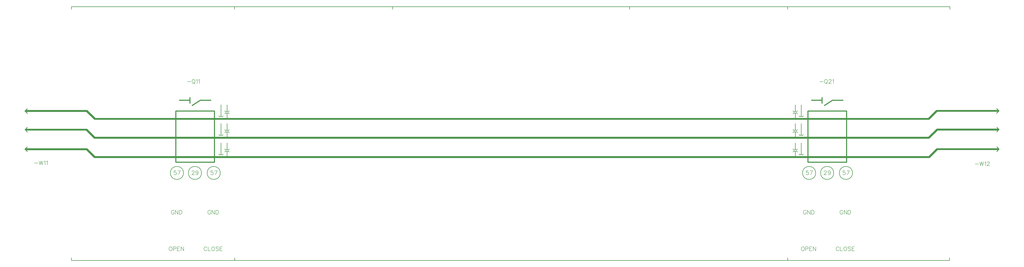
<source format=gto>
G04 Layer: TopSilkscreenLayer*
G04 EasyEDA v6.5.34, 2023-08-21 18:11:39*
G04 805bfda9492c465482fdd8471da23256,5a6b42c53f6a479593ecc07194224c93,10*
G04 Gerber Generator version 0.2*
G04 Scale: 100 percent, Rotated: No, Reflected: No *
G04 Dimensions in millimeters *
G04 leading zeros omitted , absolute positions ,4 integer and 5 decimal *
%FSLAX45Y45*%
%MOMM*%

%ADD10C,0.2032*%
%ADD11C,0.2540*%
%ADD12C,1.0000*%
%ADD13C,0.5000*%

%LPD*%
D10*
X7542679Y890831D02*
G01*
X7524137Y881687D01*
X7505595Y863145D01*
X7496451Y844603D01*
X7487307Y816917D01*
X7487307Y770689D01*
X7496451Y743003D01*
X7505595Y724715D01*
X7524137Y706173D01*
X7542679Y696775D01*
X7579509Y696775D01*
X7598051Y706173D01*
X7616593Y724715D01*
X7625737Y743003D01*
X7634881Y770689D01*
X7634881Y816917D01*
X7625737Y844603D01*
X7616593Y863145D01*
X7598051Y881687D01*
X7579509Y890831D01*
X7542679Y890831D01*
X7695841Y890831D02*
G01*
X7695841Y696775D01*
X7695841Y890831D02*
G01*
X7779153Y890831D01*
X7806839Y881687D01*
X7815983Y872289D01*
X7825127Y854001D01*
X7825127Y826315D01*
X7815983Y807773D01*
X7806839Y798375D01*
X7779153Y789231D01*
X7695841Y789231D01*
X7886087Y890831D02*
G01*
X7886087Y696775D01*
X7886087Y890831D02*
G01*
X8006229Y890831D01*
X7886087Y798375D02*
G01*
X7960001Y798375D01*
X7886087Y696775D02*
G01*
X8006229Y696775D01*
X8067189Y890831D02*
G01*
X8067189Y696775D01*
X8067189Y890831D02*
G01*
X8196475Y696775D01*
X8196475Y890831D02*
G01*
X8196475Y696775D01*
X9508512Y2622382D02*
G01*
X9499368Y2640924D01*
X9480826Y2659466D01*
X9462538Y2668610D01*
X9425454Y2668610D01*
X9406912Y2659466D01*
X9388624Y2640924D01*
X9379226Y2622382D01*
X9370082Y2594696D01*
X9370082Y2548722D01*
X9379226Y2520782D01*
X9388624Y2502494D01*
X9406912Y2483952D01*
X9425454Y2474808D01*
X9462538Y2474808D01*
X9480826Y2483952D01*
X9499368Y2502494D01*
X9508512Y2520782D01*
X9508512Y2548722D01*
X9462538Y2548722D02*
G01*
X9508512Y2548722D01*
X9569472Y2668610D02*
G01*
X9569472Y2474808D01*
X9569472Y2668610D02*
G01*
X9699012Y2474808D01*
X9699012Y2668610D02*
G01*
X9699012Y2474808D01*
X9759972Y2668610D02*
G01*
X9759972Y2474808D01*
X9759972Y2668610D02*
G01*
X9824488Y2668610D01*
X9852174Y2659466D01*
X9870716Y2640924D01*
X9879860Y2622382D01*
X9889258Y2594696D01*
X9889258Y2548722D01*
X9879860Y2520782D01*
X9870716Y2502494D01*
X9852174Y2483952D01*
X9824488Y2474808D01*
X9759972Y2474808D01*
X7730109Y2622550D02*
G01*
X7720965Y2641092D01*
X7702422Y2659634D01*
X7684134Y2668778D01*
X7647050Y2668778D01*
X7628509Y2659634D01*
X7610220Y2641092D01*
X7600822Y2622550D01*
X7591679Y2594863D01*
X7591679Y2548889D01*
X7600822Y2520950D01*
X7610220Y2502662D01*
X7628509Y2484120D01*
X7647050Y2474976D01*
X7684134Y2474976D01*
X7702422Y2484120D01*
X7720965Y2502662D01*
X7730109Y2520950D01*
X7730109Y2548889D01*
X7684134Y2548889D02*
G01*
X7730109Y2548889D01*
X7791068Y2668778D02*
G01*
X7791068Y2474976D01*
X7791068Y2668778D02*
G01*
X7920609Y2474976D01*
X7920609Y2668778D02*
G01*
X7920609Y2474976D01*
X7981568Y2668778D02*
G01*
X7981568Y2474976D01*
X7981568Y2668778D02*
G01*
X8046084Y2668778D01*
X8073770Y2659634D01*
X8092313Y2641092D01*
X8101456Y2622550D01*
X8110854Y2594863D01*
X8110854Y2548889D01*
X8101456Y2520950D01*
X8092313Y2502662D01*
X8073770Y2484120D01*
X8046084Y2474976D01*
X7981568Y2474976D01*
X40067270Y844603D02*
G01*
X40058126Y863145D01*
X40039584Y881687D01*
X40021042Y890831D01*
X39984212Y890831D01*
X39965670Y881687D01*
X39947382Y863145D01*
X39937984Y844603D01*
X39928840Y816917D01*
X39928840Y770689D01*
X39937984Y743003D01*
X39947382Y724715D01*
X39965670Y706173D01*
X39984212Y696775D01*
X40021042Y696775D01*
X40039584Y706173D01*
X40058126Y724715D01*
X40067270Y743003D01*
X40128230Y890831D02*
G01*
X40128230Y696775D01*
X40128230Y696775D02*
G01*
X40239228Y696775D01*
X40355560Y890831D02*
G01*
X40337018Y881687D01*
X40318476Y863145D01*
X40309332Y844603D01*
X40300188Y816917D01*
X40300188Y770689D01*
X40309332Y743003D01*
X40318476Y724715D01*
X40337018Y706173D01*
X40355560Y696775D01*
X40392390Y696775D01*
X40410932Y706173D01*
X40429474Y724715D01*
X40438618Y743003D01*
X40447762Y770689D01*
X40447762Y816917D01*
X40438618Y844603D01*
X40429474Y863145D01*
X40410932Y881687D01*
X40392390Y890831D01*
X40355560Y890831D01*
X40638262Y863145D02*
G01*
X40619720Y881687D01*
X40592034Y890831D01*
X40554950Y890831D01*
X40527264Y881687D01*
X40508722Y863145D01*
X40508722Y844603D01*
X40518120Y826315D01*
X40527264Y816917D01*
X40545806Y807773D01*
X40601178Y789231D01*
X40619720Y780087D01*
X40628864Y770689D01*
X40638262Y752401D01*
X40638262Y724715D01*
X40619720Y706173D01*
X40592034Y696775D01*
X40554950Y696775D01*
X40527264Y706173D01*
X40508722Y724715D01*
X40699222Y890831D02*
G01*
X40699222Y696775D01*
X40699222Y890831D02*
G01*
X40819110Y890831D01*
X40699222Y798375D02*
G01*
X40772882Y798375D01*
X40699222Y696775D02*
G01*
X40819110Y696775D01*
X38288287Y890831D02*
G01*
X38269745Y881687D01*
X38251203Y863145D01*
X38242059Y844603D01*
X38232915Y816917D01*
X38232915Y770689D01*
X38242059Y743003D01*
X38251203Y724715D01*
X38269745Y706173D01*
X38288287Y696775D01*
X38325117Y696775D01*
X38343659Y706173D01*
X38362201Y724715D01*
X38371345Y743003D01*
X38380489Y770689D01*
X38380489Y816917D01*
X38371345Y844603D01*
X38362201Y863145D01*
X38343659Y881687D01*
X38325117Y890831D01*
X38288287Y890831D01*
X38441449Y890831D02*
G01*
X38441449Y696775D01*
X38441449Y890831D02*
G01*
X38524761Y890831D01*
X38552447Y881687D01*
X38561591Y872289D01*
X38570735Y854001D01*
X38570735Y826315D01*
X38561591Y807773D01*
X38552447Y798375D01*
X38524761Y789231D01*
X38441449Y789231D01*
X38631695Y890831D02*
G01*
X38631695Y696775D01*
X38631695Y890831D02*
G01*
X38751837Y890831D01*
X38631695Y798375D02*
G01*
X38705609Y798375D01*
X38631695Y696775D02*
G01*
X38751837Y696775D01*
X38812797Y890831D02*
G01*
X38812797Y696775D01*
X38812797Y890831D02*
G01*
X38942083Y696775D01*
X38942083Y890831D02*
G01*
X38942083Y696775D01*
X40254120Y2622382D02*
G01*
X40244976Y2640924D01*
X40226434Y2659466D01*
X40208146Y2668610D01*
X40171062Y2668610D01*
X40152520Y2659466D01*
X40134232Y2640924D01*
X40124834Y2622382D01*
X40115690Y2594696D01*
X40115690Y2548722D01*
X40124834Y2520782D01*
X40134232Y2502494D01*
X40152520Y2483952D01*
X40171062Y2474808D01*
X40208146Y2474808D01*
X40226434Y2483952D01*
X40244976Y2502494D01*
X40254120Y2520782D01*
X40254120Y2548722D01*
X40208146Y2548722D02*
G01*
X40254120Y2548722D01*
X40315080Y2668610D02*
G01*
X40315080Y2474808D01*
X40315080Y2668610D02*
G01*
X40444620Y2474808D01*
X40444620Y2668610D02*
G01*
X40444620Y2474808D01*
X40505580Y2668610D02*
G01*
X40505580Y2474808D01*
X40505580Y2668610D02*
G01*
X40570096Y2668610D01*
X40597782Y2659466D01*
X40616324Y2640924D01*
X40625468Y2622382D01*
X40634866Y2594696D01*
X40634866Y2548722D01*
X40625468Y2520782D01*
X40616324Y2502494D01*
X40597782Y2483952D01*
X40570096Y2474808D01*
X40505580Y2474808D01*
X38475716Y2622550D02*
G01*
X38466572Y2641092D01*
X38448030Y2659634D01*
X38429742Y2668778D01*
X38392658Y2668778D01*
X38374116Y2659634D01*
X38355828Y2641092D01*
X38346430Y2622550D01*
X38337286Y2594863D01*
X38337286Y2548889D01*
X38346430Y2520950D01*
X38355828Y2502662D01*
X38374116Y2484120D01*
X38392658Y2474976D01*
X38429742Y2474976D01*
X38448030Y2484120D01*
X38466572Y2502662D01*
X38475716Y2520950D01*
X38475716Y2548889D01*
X38429742Y2548889D02*
G01*
X38475716Y2548889D01*
X38536676Y2668778D02*
G01*
X38536676Y2474976D01*
X38536676Y2668778D02*
G01*
X38666216Y2474976D01*
X38666216Y2668778D02*
G01*
X38666216Y2474976D01*
X38727176Y2668778D02*
G01*
X38727176Y2474976D01*
X38727176Y2668778D02*
G01*
X38791692Y2668778D01*
X38819378Y2659634D01*
X38837920Y2641092D01*
X38847064Y2622550D01*
X38856462Y2594863D01*
X38856462Y2548889D01*
X38847064Y2520950D01*
X38837920Y2502662D01*
X38819378Y2484120D01*
X38791692Y2474976D01*
X38727176Y2474976D01*
X8373071Y8920734D02*
G01*
X8539187Y8920734D01*
X8655519Y9031478D02*
G01*
X8637231Y9022334D01*
X8618689Y9003792D01*
X8609545Y8985250D01*
X8600147Y8957563D01*
X8600147Y8911589D01*
X8609545Y8883650D01*
X8618689Y8865362D01*
X8637231Y8846820D01*
X8655519Y8837676D01*
X8692603Y8837676D01*
X8711145Y8846820D01*
X8729433Y8865362D01*
X8738831Y8883650D01*
X8747975Y8911589D01*
X8747975Y8957563D01*
X8738831Y8985250D01*
X8729433Y9003792D01*
X8711145Y9022334D01*
X8692603Y9031478D01*
X8655519Y9031478D01*
X8683459Y8874505D02*
G01*
X8738831Y8819134D01*
X8808935Y8994647D02*
G01*
X8827477Y9003792D01*
X8855163Y9031478D01*
X8855163Y8837676D01*
X8916123Y8994647D02*
G01*
X8934665Y9003792D01*
X8962351Y9031478D01*
X8962351Y8837676D01*
X39133411Y8920734D02*
G01*
X39299527Y8920734D01*
X39415859Y9031478D02*
G01*
X39397571Y9022334D01*
X39379029Y9003792D01*
X39369885Y8985250D01*
X39360487Y8957563D01*
X39360487Y8911589D01*
X39369885Y8883650D01*
X39379029Y8865362D01*
X39397571Y8846820D01*
X39415859Y8837676D01*
X39452943Y8837676D01*
X39471485Y8846820D01*
X39489773Y8865362D01*
X39499171Y8883650D01*
X39508315Y8911589D01*
X39508315Y8957563D01*
X39499171Y8985250D01*
X39489773Y9003792D01*
X39471485Y9022334D01*
X39452943Y9031478D01*
X39415859Y9031478D01*
X39443545Y8874505D02*
G01*
X39499171Y8819134D01*
X39578419Y8985250D02*
G01*
X39578419Y8994647D01*
X39587817Y9013189D01*
X39596961Y9022334D01*
X39615503Y9031478D01*
X39652333Y9031478D01*
X39670875Y9022334D01*
X39680019Y9013189D01*
X39689417Y8994647D01*
X39689417Y8976105D01*
X39680019Y8957563D01*
X39661731Y8929878D01*
X39569275Y8837676D01*
X39698561Y8837676D01*
X39759521Y8994647D02*
G01*
X39778063Y9003792D01*
X39805749Y9031478D01*
X39805749Y8837676D01*
X7827327Y4586478D02*
G01*
X7735125Y4586478D01*
X7725727Y4503420D01*
X7735125Y4512563D01*
X7762811Y4521962D01*
X7790497Y4521962D01*
X7818183Y4512563D01*
X7836725Y4494276D01*
X7845869Y4466589D01*
X7845869Y4448047D01*
X7836725Y4420362D01*
X7818183Y4401820D01*
X7790497Y4392676D01*
X7762811Y4392676D01*
X7735125Y4401820D01*
X7725727Y4410963D01*
X7716583Y4429505D01*
X8036115Y4586478D02*
G01*
X7943913Y4392676D01*
X7906829Y4586478D02*
G01*
X8036115Y4586478D01*
X9618027Y4586478D02*
G01*
X9525825Y4586478D01*
X9516427Y4503420D01*
X9525825Y4512563D01*
X9553511Y4521962D01*
X9581197Y4521962D01*
X9608883Y4512563D01*
X9627425Y4494276D01*
X9636569Y4466589D01*
X9636569Y4448047D01*
X9627425Y4420362D01*
X9608883Y4401820D01*
X9581197Y4392676D01*
X9553511Y4392676D01*
X9525825Y4401820D01*
X9516427Y4410963D01*
X9507283Y4429505D01*
X9826815Y4586478D02*
G01*
X9734613Y4392676D01*
X9697529Y4586478D02*
G01*
X9826815Y4586478D01*
X8602027Y4540250D02*
G01*
X8602027Y4549647D01*
X8611425Y4568189D01*
X8620569Y4577334D01*
X8639111Y4586478D01*
X8675941Y4586478D01*
X8694483Y4577334D01*
X8703627Y4568189D01*
X8713025Y4549647D01*
X8713025Y4531105D01*
X8703627Y4512563D01*
X8685339Y4484878D01*
X8592883Y4392676D01*
X8722169Y4392676D01*
X8903271Y4521962D02*
G01*
X8893873Y4494276D01*
X8875585Y4475734D01*
X8847899Y4466589D01*
X8838501Y4466589D01*
X8810815Y4475734D01*
X8792273Y4494276D01*
X8783129Y4521962D01*
X8783129Y4531105D01*
X8792273Y4558792D01*
X8810815Y4577334D01*
X8838501Y4586478D01*
X8847899Y4586478D01*
X8875585Y4577334D01*
X8893873Y4558792D01*
X8903271Y4521962D01*
X8903271Y4475734D01*
X8893873Y4429505D01*
X8875585Y4401820D01*
X8847899Y4392676D01*
X8829357Y4392676D01*
X8801671Y4401820D01*
X8792273Y4420362D01*
X39347635Y4540250D02*
G01*
X39347635Y4549647D01*
X39357033Y4568189D01*
X39366177Y4577334D01*
X39384719Y4586478D01*
X39421549Y4586478D01*
X39440091Y4577334D01*
X39449235Y4568189D01*
X39458633Y4549647D01*
X39458633Y4531105D01*
X39449235Y4512563D01*
X39430947Y4484878D01*
X39338491Y4392676D01*
X39467777Y4392676D01*
X39648879Y4521962D02*
G01*
X39639481Y4494276D01*
X39621193Y4475734D01*
X39593507Y4466589D01*
X39584109Y4466589D01*
X39556423Y4475734D01*
X39537881Y4494276D01*
X39528737Y4521962D01*
X39528737Y4531105D01*
X39537881Y4558792D01*
X39556423Y4577334D01*
X39584109Y4586478D01*
X39593507Y4586478D01*
X39621193Y4577334D01*
X39639481Y4558792D01*
X39648879Y4521962D01*
X39648879Y4475734D01*
X39639481Y4429505D01*
X39621193Y4401820D01*
X39593507Y4392676D01*
X39574965Y4392676D01*
X39547279Y4401820D01*
X39537881Y4420362D01*
X40363635Y4586478D02*
G01*
X40271433Y4586478D01*
X40262035Y4503420D01*
X40271433Y4512563D01*
X40299119Y4521962D01*
X40326805Y4521962D01*
X40354491Y4512563D01*
X40373033Y4494276D01*
X40382177Y4466589D01*
X40382177Y4448047D01*
X40373033Y4420362D01*
X40354491Y4401820D01*
X40326805Y4392676D01*
X40299119Y4392676D01*
X40271433Y4401820D01*
X40262035Y4410963D01*
X40252891Y4429505D01*
X40572423Y4586478D02*
G01*
X40480221Y4392676D01*
X40443137Y4586478D02*
G01*
X40572423Y4586478D01*
X38572935Y4586478D02*
G01*
X38480733Y4586478D01*
X38471335Y4503420D01*
X38480733Y4512563D01*
X38508419Y4521962D01*
X38536105Y4521962D01*
X38563791Y4512563D01*
X38582333Y4494276D01*
X38591477Y4466589D01*
X38591477Y4448047D01*
X38582333Y4420362D01*
X38563791Y4401820D01*
X38536105Y4392676D01*
X38508419Y4392676D01*
X38480733Y4401820D01*
X38471335Y4410963D01*
X38462191Y4429505D01*
X38781723Y4586478D02*
G01*
X38689521Y4392676D01*
X38652437Y4586478D02*
G01*
X38781723Y4586478D01*
X939800Y4958334D02*
G01*
X1106170Y4958334D01*
X1167129Y5069078D02*
G01*
X1213104Y4875276D01*
X1259331Y5069078D02*
G01*
X1213104Y4875276D01*
X1259331Y5069078D02*
G01*
X1305560Y4875276D01*
X1351787Y5069078D02*
G01*
X1305560Y4875276D01*
X1412747Y5032247D02*
G01*
X1431289Y5041392D01*
X1458976Y5069078D01*
X1458976Y4875276D01*
X1519936Y5032247D02*
G01*
X1538223Y5041392D01*
X1565910Y5069078D01*
X1565910Y4875276D01*
X46685200Y4920234D02*
G01*
X46851570Y4920234D01*
X46912529Y5030978D02*
G01*
X46958504Y4837176D01*
X47004732Y5030978D02*
G01*
X46958504Y4837176D01*
X47004732Y5030978D02*
G01*
X47050959Y4837176D01*
X47097188Y5030978D02*
G01*
X47050959Y4837176D01*
X47158148Y4994147D02*
G01*
X47176690Y5003292D01*
X47204375Y5030978D01*
X47204375Y4837176D01*
X47274479Y4984750D02*
G01*
X47274479Y4994147D01*
X47283624Y5012689D01*
X47293022Y5021834D01*
X47311309Y5030978D01*
X47348393Y5030978D01*
X47366936Y5021834D01*
X47376079Y5012689D01*
X47385224Y4994147D01*
X47385224Y4975605D01*
X47376079Y4957063D01*
X47357538Y4929378D01*
X47265336Y4837176D01*
X47394622Y4837176D01*
X9327454Y844603D02*
G01*
X9318310Y863145D01*
X9299768Y881687D01*
X9281226Y890831D01*
X9244396Y890831D01*
X9225854Y881687D01*
X9207566Y863145D01*
X9198168Y844603D01*
X9189024Y816917D01*
X9189024Y770689D01*
X9198168Y743003D01*
X9207566Y724715D01*
X9225854Y706173D01*
X9244396Y696775D01*
X9281226Y696775D01*
X9299768Y706173D01*
X9318310Y724715D01*
X9327454Y743003D01*
X9388414Y890831D02*
G01*
X9388414Y696775D01*
X9388414Y696775D02*
G01*
X9499412Y696775D01*
X9615744Y890831D02*
G01*
X9597202Y881687D01*
X9578660Y863145D01*
X9569516Y844603D01*
X9560372Y816917D01*
X9560372Y770689D01*
X9569516Y743003D01*
X9578660Y724715D01*
X9597202Y706173D01*
X9615744Y696775D01*
X9652574Y696775D01*
X9671116Y706173D01*
X9689658Y724715D01*
X9698802Y743003D01*
X9707946Y770689D01*
X9707946Y816917D01*
X9698802Y844603D01*
X9689658Y863145D01*
X9671116Y881687D01*
X9652574Y890831D01*
X9615744Y890831D01*
X9898446Y863145D02*
G01*
X9879904Y881687D01*
X9852218Y890831D01*
X9815134Y890831D01*
X9787448Y881687D01*
X9768906Y863145D01*
X9768906Y844603D01*
X9778304Y826315D01*
X9787448Y816917D01*
X9805990Y807773D01*
X9861362Y789231D01*
X9879904Y780087D01*
X9889048Y770689D01*
X9898446Y752401D01*
X9898446Y724715D01*
X9879904Y706173D01*
X9852218Y696775D01*
X9815134Y696775D01*
X9787448Y706173D01*
X9768906Y724715D01*
X9959406Y890831D02*
G01*
X9959406Y696775D01*
X9959406Y890831D02*
G01*
X10079294Y890831D01*
X9959406Y798375D02*
G01*
X10033066Y798375D01*
X9959406Y696775D02*
G01*
X10079294Y696775D01*
G36*
X584200Y6718300D02*
G01*
X463550Y6584950D01*
X584200Y6451600D01*
X609600Y6477000D01*
X514350Y6584950D01*
X609600Y6692900D01*
G37*
G36*
X581050Y7626350D02*
G01*
X460400Y7493000D01*
X581050Y7359650D01*
X606450Y7385050D01*
X511200Y7493000D01*
X606450Y7600950D01*
G37*
G36*
X581050Y5772150D02*
G01*
X460400Y5638800D01*
X581050Y5505450D01*
X606450Y5530850D01*
X511200Y5638800D01*
X606450Y5746750D01*
G37*
G36*
X47746716Y7632700D02*
G01*
X47721316Y7607300D01*
X47816566Y7499350D01*
X47721316Y7391400D01*
X47746716Y7366000D01*
X47867366Y7499350D01*
G37*
G36*
X47749866Y5772150D02*
G01*
X47724466Y5746750D01*
X47819716Y5638800D01*
X47724466Y5530850D01*
X47749866Y5505450D01*
X47870516Y5638800D01*
G37*
G36*
X47749866Y6724650D02*
G01*
X47724466Y6699250D01*
X47819716Y6591300D01*
X47724466Y6483350D01*
X47749866Y6457950D01*
X47870516Y6591300D01*
G37*
D11*
X29883912Y12573000D02*
G01*
X29883912Y12446000D01*
X18354293Y12573000D02*
G01*
X18354293Y12446000D01*
X37566600Y12573000D02*
G01*
X10668000Y12573000D01*
X3724795Y12573000D02*
G01*
X10668000Y12573000D01*
X10668000Y12446000D01*
X37566600Y228600D02*
G01*
X10680700Y228600D01*
X44453695Y228600D02*
G01*
X37566600Y228600D01*
X37566600Y355600D01*
X45444295Y355600D02*
G01*
X45444295Y228600D01*
X45444295Y228600D02*
G01*
X44453695Y228600D01*
X3724795Y228600D02*
G01*
X10680700Y228600D01*
X10680700Y355600D01*
X2734195Y355600D02*
G01*
X2734195Y228600D01*
X3724795Y228600D01*
X44466395Y12573000D02*
G01*
X37566600Y12573000D01*
X37566600Y12446000D01*
X45456995Y12446000D02*
G01*
X45456995Y12573000D01*
X45456995Y12573000D02*
G01*
X44466395Y12573000D01*
X2734195Y12446000D02*
G01*
X2734195Y12573000D01*
X3724795Y12573000D01*
D12*
X44462700Y5257800D02*
G01*
X44831000Y5626100D01*
X44462700Y6210300D02*
G01*
X44831000Y6578600D01*
X44450000Y7124700D02*
G01*
X44818300Y7493000D01*
X3860800Y7124700D02*
G01*
X3492500Y7493000D01*
X3860800Y6197600D02*
G01*
X3479800Y6578600D01*
X3860800Y5257800D02*
G01*
X3492500Y5626100D01*
D13*
X39753603Y8013700D02*
G01*
X40261603Y8013700D01*
X38737603Y8013700D02*
G01*
X39245603Y8013700D01*
X39753603Y8013700D02*
G01*
X39359903Y7759700D01*
X39245603Y8140700D02*
G01*
X39245603Y7874000D01*
X9007995Y8013700D02*
G01*
X9515995Y8013700D01*
X7991995Y8013700D02*
G01*
X8499995Y8013700D01*
X9007995Y8013700D02*
G01*
X8614295Y7759700D01*
X8499995Y8140700D02*
G01*
X8499995Y7874000D01*
D11*
X37937503Y5499100D02*
G01*
X37937503Y5295900D01*
X37937503Y6438900D02*
G01*
X37937503Y6235700D01*
X37937503Y7353300D02*
G01*
X37937503Y7150100D01*
X37937503Y6591300D02*
G01*
X37937503Y6883400D01*
X37937503Y5651500D02*
G01*
X37937503Y5943600D01*
X38229603Y5410200D02*
G01*
X38229603Y5943600D01*
X38229603Y6350000D02*
G01*
X38229603Y6883400D01*
X37937503Y7505700D02*
G01*
X37937503Y7797800D01*
X38229603Y7264400D02*
G01*
X38229603Y7797800D01*
X10303395Y5499100D02*
G01*
X10303395Y5295900D01*
X10303395Y6438900D02*
G01*
X10303395Y6235700D01*
X10303395Y7353300D02*
G01*
X10303395Y7150100D01*
X10303395Y6591300D02*
G01*
X10303395Y6883400D01*
X10303395Y5651500D02*
G01*
X10303395Y5943600D01*
X10303395Y7505700D02*
G01*
X10303395Y7797800D01*
X10011295Y5410200D02*
G01*
X10011295Y5943600D01*
X10011295Y6350000D02*
G01*
X10011295Y6883400D01*
X10011295Y7264400D02*
G01*
X10011295Y7797800D01*
G75*
G01*
X9909696Y5410200D02*
G03*
X10009696Y5410200I50000J0D01*
G75*
G01*
X10011296Y5410200D02*
G03*
X10111296Y5410200I50000J0D01*
G75*
G01*
X9909696Y6350000D02*
G03*
X10009696Y6350000I50000J0D01*
G75*
G01*
X10011296Y6350000D02*
G03*
X10111296Y6350000I50000J0D01*
G75*
G01*
X10011296Y7264400D02*
G03*
X10111296Y7264400I50000J0D01*
G75*
G01*
X9909696Y7264400D02*
G03*
X10009696Y7264400I50000J0D01*
G75*
G01*
X10201796Y5651500D02*
G03*
X10301796Y5651500I50000J0D01*
G75*
G01*
X10404996Y5499100D02*
G03*
X10304996Y5499100I-50000J0D01*
G75*
G01*
X10303396Y5499100D02*
G03*
X10203396Y5499100I-50000J0D01*
G75*
G01*
X10201796Y6591300D02*
G03*
X10301796Y6591300I50000J0D01*
G75*
G01*
X10404996Y6438900D02*
G03*
X10304996Y6438900I-50000J0D01*
G75*
G01*
X10303396Y6438900D02*
G03*
X10203396Y6438900I-50000J0D01*
G75*
G01*
X10303396Y7353300D02*
G03*
X10203396Y7353300I-50000J0D01*
G75*
G01*
X10404996Y7353300D02*
G03*
X10304996Y7353300I-50000J0D01*
G75*
G01*
X10201796Y7505700D02*
G03*
X10301796Y7505700I50000J0D01*
G75*
G01*
X38128004Y7264400D02*
G03*
X38228003Y7264400I49999J0D01*
G75*
G01*
X38229604Y7264400D02*
G03*
X38329603Y7264400I49999J0D01*
G75*
G01*
X37937504Y7505700D02*
G03*
X38037503Y7505700I49999J0D01*
G75*
G01*
X37835904Y7505700D02*
G03*
X37935903Y7505700I49999J0D01*
G75*
G01*
X38039104Y7353300D02*
G03*
X37939104Y7353300I-50000J0D01*
G75*
G01*
X37937504Y7353300D02*
G03*
X37837504Y7353300I-50000J0D01*
G75*
G01*
X37937504Y6438900D02*
G03*
X37837504Y6438900I-50000J0D01*
G75*
G01*
X38039104Y6438900D02*
G03*
X37939104Y6438900I-50000J0D01*
G75*
G01*
X37835904Y6591300D02*
G03*
X37935903Y6591300I49999J0D01*
G75*
G01*
X37937504Y6591300D02*
G03*
X38037503Y6591300I49999J0D01*
G75*
G01*
X38229604Y6350000D02*
G03*
X38329603Y6350000I49999J0D01*
G75*
G01*
X38128004Y6350000D02*
G03*
X38228003Y6350000I49999J0D01*
G75*
G01*
X37937504Y5499100D02*
G03*
X37837504Y5499100I-50000J0D01*
G75*
G01*
X38039104Y5499100D02*
G03*
X37939104Y5499100I-50000J0D01*
G75*
G01*
X37835904Y5651500D02*
G03*
X37935903Y5651500I49999J0D01*
G75*
G01*
X37937504Y5651500D02*
G03*
X38037503Y5651500I49999J0D01*
G75*
G01*
X38229604Y5410200D02*
G03*
X38329603Y5410200I49999J0D01*
G75*
G01*
X38128004Y5410200D02*
G03*
X38228003Y5410200I49999J0D01*
G75*
G01*
X10303396Y6591300D02*
G03*
X10403396Y6591300I50000J0D01*
G75*
G01*
X10303396Y5651500D02*
G03*
X10403396Y5651500I50000J0D01*
G75*
G01*
X10303396Y7505700D02*
G03*
X10403396Y7505700I50000J0D01*
G75*
G01
X8186496Y4483100D02*
G03X8186496Y4483100I-317500J0D01*
G75*
G01
X9977196Y4483100D02*
G03X9977196Y4483100I-317500J0D01*
G75*
G01
X9062796Y4483100D02*
G03X9062796Y4483100I-317500J0D01*
G75*
G01
X39808404Y4483100D02*
G03X39808404Y4483100I-317500J0D01*
G75*
G01
X40722804Y4483100D02*
G03X40722804Y4483100I-317500J0D01*
G75*
G01
X38932104Y4483100D02*
G03X38932104Y4483100I-317500J0D01*
G36*
X3849979Y7156373D02*
G01*
X44449898Y7156373D01*
X44449898Y7067473D01*
X3849979Y7067473D01*
G37*
D13*
X7814208Y7493000D02*
G01*
X9693808Y7493000D01*
X9693808Y5003800D01*
X7814208Y5003800D01*
X7814208Y7493000D01*
G36*
X3849979Y6235700D02*
G01*
X44449898Y6235700D01*
X44449898Y6146800D01*
X3849979Y6146800D01*
G37*
G36*
X3849979Y5299633D02*
G01*
X44449898Y5299633D01*
X44449898Y5210733D01*
X3849979Y5210733D01*
G37*
G36*
X508000Y7539989D02*
G01*
X3507993Y7539989D01*
X3507993Y7451089D01*
X508000Y7451089D01*
G37*
G36*
X508000Y6629984D02*
G01*
X3507993Y6629984D01*
X3507993Y6541084D01*
X508000Y6541084D01*
G37*
G36*
X508000Y5679998D02*
G01*
X3507993Y5679998D01*
X3507993Y5591098D01*
X508000Y5591098D01*
G37*
G36*
X44824319Y5683808D02*
G01*
X47824313Y5683808D01*
X47824313Y5594908D01*
X44824319Y5594908D01*
G37*
G36*
X44824319Y6633794D02*
G01*
X47824313Y6633794D01*
X47824313Y6544894D01*
X44824319Y6544894D01*
G37*
G36*
X44824319Y7543800D02*
G01*
X47824313Y7543800D01*
X47824313Y7454900D01*
X44824319Y7454900D01*
G37*
X38559816Y7493000D02*
G01*
X40439416Y7493000D01*
X40439416Y5003800D01*
X38559816Y5003800D01*
X38559816Y7493000D01*
M02*

</source>
